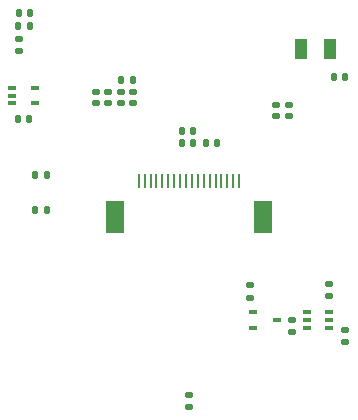
<source format=gbp>
%TF.GenerationSoftware,KiCad,Pcbnew,7.0.2-0*%
%TF.CreationDate,2023-07-17T22:15:49-04:00*%
%TF.ProjectId,ESPWatchS3,45535057-6174-4636-9853-332e6b696361,rev?*%
%TF.SameCoordinates,Original*%
%TF.FileFunction,Paste,Bot*%
%TF.FilePolarity,Positive*%
%FSLAX46Y46*%
G04 Gerber Fmt 4.6, Leading zero omitted, Abs format (unit mm)*
G04 Created by KiCad (PCBNEW 7.0.2-0) date 2023-07-17 22:15:49*
%MOMM*%
%LPD*%
G01*
G04 APERTURE LIST*
G04 Aperture macros list*
%AMRoundRect*
0 Rectangle with rounded corners*
0 $1 Rounding radius*
0 $2 $3 $4 $5 $6 $7 $8 $9 X,Y pos of 4 corners*
0 Add a 4 corners polygon primitive as box body*
4,1,4,$2,$3,$4,$5,$6,$7,$8,$9,$2,$3,0*
0 Add four circle primitives for the rounded corners*
1,1,$1+$1,$2,$3*
1,1,$1+$1,$4,$5*
1,1,$1+$1,$6,$7*
1,1,$1+$1,$8,$9*
0 Add four rect primitives between the rounded corners*
20,1,$1+$1,$2,$3,$4,$5,0*
20,1,$1+$1,$4,$5,$6,$7,0*
20,1,$1+$1,$6,$7,$8,$9,0*
20,1,$1+$1,$8,$9,$2,$3,0*%
G04 Aperture macros list end*
%ADD10RoundRect,0.140000X-0.170000X0.140000X-0.170000X-0.140000X0.170000X-0.140000X0.170000X0.140000X0*%
%ADD11RoundRect,0.140000X0.140000X0.170000X-0.140000X0.170000X-0.140000X-0.170000X0.140000X-0.170000X0*%
%ADD12RoundRect,0.135000X-0.185000X0.135000X-0.185000X-0.135000X0.185000X-0.135000X0.185000X0.135000X0*%
%ADD13RoundRect,0.135000X-0.135000X-0.185000X0.135000X-0.185000X0.135000X0.185000X-0.135000X0.185000X0*%
%ADD14RoundRect,0.140000X-0.140000X-0.170000X0.140000X-0.170000X0.140000X0.170000X-0.140000X0.170000X0*%
%ADD15R,0.650000X0.400000*%
%ADD16RoundRect,0.147500X0.147500X0.172500X-0.147500X0.172500X-0.147500X-0.172500X0.147500X-0.172500X0*%
%ADD17RoundRect,0.135000X0.185000X-0.135000X0.185000X0.135000X-0.185000X0.135000X-0.185000X-0.135000X0*%
%ADD18R,0.700000X0.450000*%
%ADD19RoundRect,0.135000X0.135000X0.185000X-0.135000X0.185000X-0.135000X-0.185000X0.135000X-0.185000X0*%
%ADD20R,1.000000X1.800000*%
%ADD21R,0.250000X1.300000*%
%ADD22R,1.600000X2.800000*%
G04 APERTURE END LIST*
D10*
X36115000Y-29270000D03*
X36115000Y-30230000D03*
D11*
X30480000Y-31575000D03*
X29520000Y-31575000D03*
D12*
X49150000Y-45640000D03*
X49150000Y-46660000D03*
D11*
X30530000Y-22600000D03*
X29570000Y-22600000D03*
D12*
X29600000Y-24740000D03*
X29600000Y-25760000D03*
D10*
X39265000Y-29270000D03*
X39265000Y-30230000D03*
D13*
X29540000Y-23650000D03*
X30560000Y-23650000D03*
D14*
X45420000Y-33600000D03*
X46380000Y-33600000D03*
D15*
X29050000Y-30225000D03*
X29050000Y-29575000D03*
X29050000Y-28925000D03*
X30950000Y-28925000D03*
X30950000Y-30225000D03*
D10*
X38215000Y-29270000D03*
X38215000Y-30230000D03*
X37165000Y-29270000D03*
X37165000Y-30230000D03*
D16*
X39250000Y-28250000D03*
X38280000Y-28250000D03*
D10*
X52450000Y-30320000D03*
X52450000Y-31280000D03*
D14*
X56270000Y-28000000D03*
X57230000Y-28000000D03*
D17*
X55900000Y-46510000D03*
X55900000Y-45490000D03*
D18*
X49450000Y-49200000D03*
X49450000Y-47900000D03*
X51450000Y-48550000D03*
D11*
X44380000Y-33600000D03*
X43420000Y-33600000D03*
D12*
X44000000Y-54890000D03*
X44000000Y-55910000D03*
D19*
X31960000Y-36250000D03*
X30940000Y-36250000D03*
D12*
X52750000Y-48540000D03*
X52750000Y-49560000D03*
D20*
X53450000Y-25600000D03*
X55950000Y-25600000D03*
D15*
X54000000Y-49200000D03*
X54000000Y-48550000D03*
X54000000Y-47900000D03*
X55900000Y-47900000D03*
X55900000Y-48550000D03*
X55900000Y-49200000D03*
D19*
X31960000Y-39250000D03*
X30940000Y-39250000D03*
D21*
X48250000Y-36800000D03*
X47750000Y-36800000D03*
X47250000Y-36800000D03*
X46750000Y-36800000D03*
X46250000Y-36800000D03*
X45750000Y-36800000D03*
X45250000Y-36800000D03*
X44750000Y-36800000D03*
X44250000Y-36800000D03*
X43750000Y-36800000D03*
X43250000Y-36800000D03*
X42750000Y-36800000D03*
X42250000Y-36800000D03*
X41750000Y-36800000D03*
X41250000Y-36800000D03*
X40750000Y-36800000D03*
X40250000Y-36800000D03*
X39750000Y-36800000D03*
D22*
X50250000Y-39880000D03*
X37750000Y-39880000D03*
D17*
X57250000Y-50410000D03*
X57250000Y-49390000D03*
D10*
X51400000Y-30320000D03*
X51400000Y-31280000D03*
D14*
X43420000Y-32550000D03*
X44380000Y-32550000D03*
M02*

</source>
